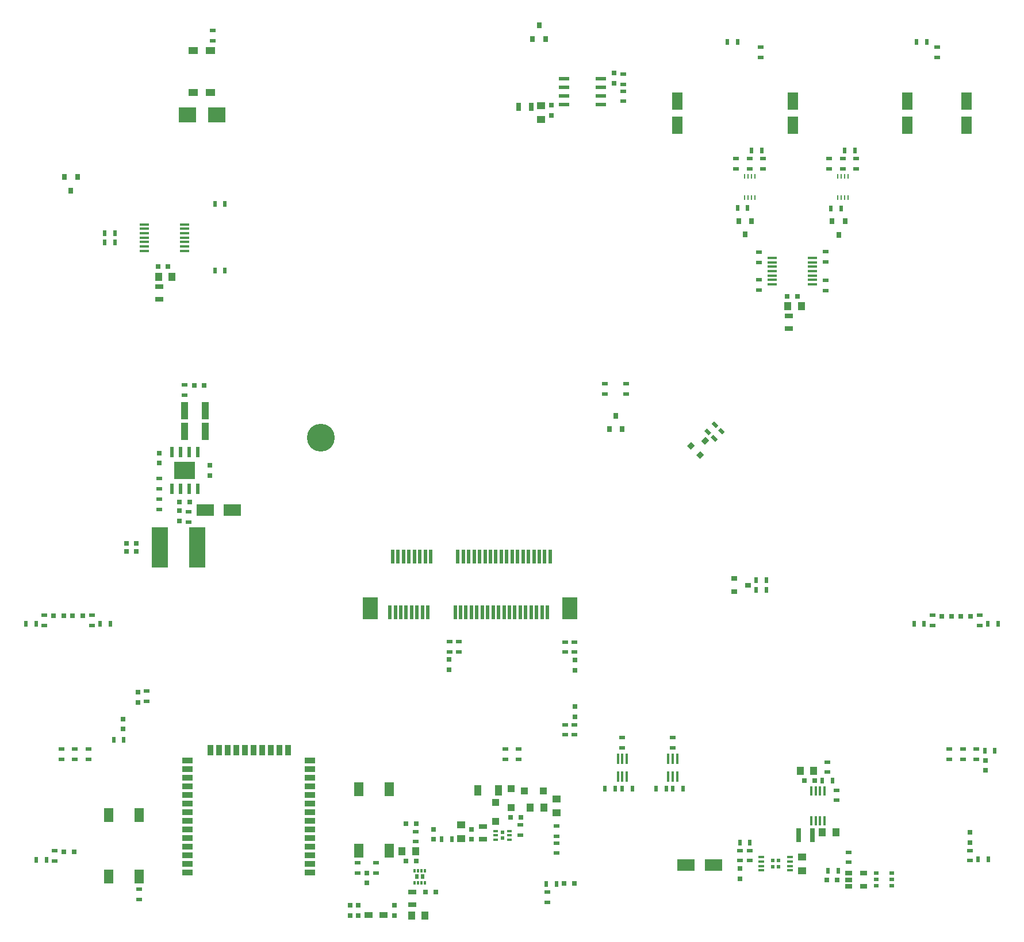
<source format=gbr>
G04 #@! TF.FileFunction,Paste,Top*
%FSLAX46Y46*%
G04 Gerber Fmt 4.6, Leading zero omitted, Abs format (unit mm)*
G04 Created by KiCad (PCBNEW 4.0.7) date 04/23/18 16:21:46*
%MOMM*%
%LPD*%
G01*
G04 APERTURE LIST*
%ADD10C,0.100000*%
%ADD11R,1.600000X2.600000*%
%ADD12R,0.800000X0.750000*%
%ADD13R,1.000000X1.250000*%
%ADD14R,0.750000X0.800000*%
%ADD15R,1.250000X1.000000*%
%ADD16R,1.000000X1.600000*%
%ADD17R,1.000000X2.500000*%
%ADD18R,0.800000X0.900000*%
%ADD19R,0.900000X0.800000*%
%ADD20R,1.100000X1.100000*%
%ADD21R,2.500000X1.800000*%
%ADD22R,1.400000X1.000000*%
%ADD23R,2.500000X2.300000*%
%ADD24R,0.900000X0.500000*%
%ADD25C,4.100000*%
%ADD26R,0.500000X0.900000*%
%ADD27R,1.300000X0.700000*%
%ADD28R,0.800000X2.000000*%
%ADD29R,2.450000X5.900000*%
%ADD30R,1.200000X0.900000*%
%ADD31R,0.700000X0.510000*%
%ADD32R,0.700000X1.300000*%
%ADD33R,1.400000X2.100000*%
%ADD34R,1.450000X0.450000*%
%ADD35R,0.250000X0.750000*%
%ADD36R,1.550000X0.600000*%
%ADD37R,0.650000X0.350000*%
%ADD38R,0.600000X0.480000*%
%ADD39R,1.060000X0.650000*%
%ADD40R,0.890000X0.420000*%
%ADD41R,0.504000X0.564000*%
%ADD42R,3.100000X2.600000*%
%ADD43R,0.600000X1.550000*%
%ADD44R,0.300000X0.500000*%
%ADD45R,0.528000X0.636000*%
%ADD46R,1.500000X0.900000*%
%ADD47R,0.900000X1.500000*%
%ADD48R,0.600000X2.000000*%
%ADD49R,2.300000X3.200000*%
%ADD50R,0.400000X1.500000*%
%ADD51R,0.450000X1.450000*%
G04 APERTURE END LIST*
D10*
D11*
X134800000Y-57350000D03*
X134800000Y-60950000D03*
X117800000Y-57350000D03*
X117800000Y-60950000D03*
D12*
X135450000Y-86150000D03*
X133950000Y-86150000D03*
D11*
X160400000Y-57350000D03*
X160400000Y-60950000D03*
X151700000Y-57350000D03*
X151700000Y-60950000D03*
D12*
X42800000Y-81800000D03*
X41300000Y-81800000D03*
D13*
X134050000Y-87600000D03*
X136050000Y-87600000D03*
D14*
X99250000Y-59500000D03*
X99250000Y-58000000D03*
X108500000Y-53250000D03*
X108500000Y-54750000D03*
D13*
X41400000Y-83250000D03*
X43400000Y-83250000D03*
D15*
X97750000Y-58100000D03*
X97750000Y-60100000D03*
D14*
X81900000Y-164700000D03*
X81900000Y-166200000D03*
D15*
X86000000Y-166100000D03*
X86000000Y-164100000D03*
D14*
X87500000Y-164700000D03*
X87500000Y-166200000D03*
D12*
X93250000Y-162950000D03*
X94750000Y-162950000D03*
D16*
X91450000Y-158950000D03*
X88450000Y-158950000D03*
D13*
X96150000Y-161500000D03*
X98150000Y-161500000D03*
D15*
X100000000Y-162250000D03*
X100000000Y-160250000D03*
D12*
X136500000Y-157550000D03*
X138000000Y-157550000D03*
D13*
X137900000Y-156100000D03*
X135900000Y-156100000D03*
X139150000Y-165200000D03*
X141150000Y-165200000D03*
D12*
X139850000Y-172150000D03*
X141350000Y-172150000D03*
D15*
X136200000Y-170800000D03*
X136200000Y-168800000D03*
D14*
X127000000Y-172000000D03*
X127000000Y-170500000D03*
X48950000Y-112550000D03*
X48950000Y-111050000D03*
D12*
X36650000Y-122550000D03*
X38150000Y-122550000D03*
X36650000Y-123750000D03*
X38150000Y-123750000D03*
X48150000Y-99300000D03*
X46650000Y-99300000D03*
D17*
X45250000Y-103050000D03*
X48250000Y-103050000D03*
X45250000Y-106050000D03*
X48250000Y-106050000D03*
D14*
X44500000Y-119250000D03*
X44500000Y-117750000D03*
D12*
X46000000Y-116450000D03*
X44500000Y-116450000D03*
D14*
X41550000Y-110750000D03*
X41550000Y-109250000D03*
D13*
X78650000Y-177400000D03*
X80650000Y-177400000D03*
D12*
X77850000Y-163850000D03*
X79350000Y-163850000D03*
D13*
X79250000Y-167950000D03*
X77250000Y-167950000D03*
D12*
X77850000Y-169400000D03*
X79350000Y-169400000D03*
X82250000Y-173950000D03*
X80750000Y-173950000D03*
X30250000Y-133250000D03*
X28750000Y-133250000D03*
D14*
X102700000Y-139750000D03*
X102700000Y-141250000D03*
D12*
X161000000Y-133300000D03*
X159500000Y-133300000D03*
X25950000Y-133250000D03*
X27450000Y-133250000D03*
D14*
X84200000Y-139700000D03*
X84200000Y-141200000D03*
D12*
X156700000Y-133300000D03*
X158200000Y-133300000D03*
D14*
X36150000Y-148450000D03*
X36150000Y-149950000D03*
X102700000Y-146650000D03*
X102700000Y-148150000D03*
X163200000Y-156050000D03*
X163200000Y-154550000D03*
D12*
X28950000Y-168050000D03*
X27450000Y-168050000D03*
X102650000Y-172700000D03*
X101150000Y-172700000D03*
D14*
X160861701Y-165193934D03*
X160861701Y-166693934D03*
X76100000Y-175900000D03*
X76100000Y-177400000D03*
X70800000Y-175900000D03*
X70800000Y-177400000D03*
X69600000Y-175900000D03*
X69600000Y-177400000D03*
X72100000Y-172650000D03*
X72100000Y-171150000D03*
X38350000Y-146000000D03*
X38350000Y-144500000D03*
D18*
X128750000Y-75050000D03*
X126850000Y-75050000D03*
X127800000Y-77050000D03*
D10*
G36*
X119774212Y-108788172D02*
X119208526Y-108222486D01*
X119844922Y-107586090D01*
X120410608Y-108151776D01*
X119774212Y-108788172D01*
X119774212Y-108788172D01*
G37*
G36*
X121117715Y-110131675D02*
X120552029Y-109565989D01*
X121188425Y-108929593D01*
X121754111Y-109495279D01*
X121117715Y-110131675D01*
X121117715Y-110131675D01*
G37*
G36*
X121860177Y-108045710D02*
X121294491Y-107480024D01*
X121930887Y-106843628D01*
X122496573Y-107409314D01*
X121860177Y-108045710D01*
X121860177Y-108045710D01*
G37*
D18*
X142500000Y-75100000D03*
X140600000Y-75100000D03*
X141550000Y-77100000D03*
D19*
X126177550Y-127762347D03*
X126177550Y-129662347D03*
X128177550Y-128712347D03*
D18*
X107800000Y-105750000D03*
X109700000Y-105750000D03*
X108750000Y-103750000D03*
X29450000Y-68550000D03*
X27550000Y-68550000D03*
X28500000Y-70550000D03*
X96500000Y-48200000D03*
X98400000Y-48200000D03*
X97450000Y-46200000D03*
D20*
X91050000Y-160750000D03*
X91050000Y-163550000D03*
X93350000Y-158700000D03*
X93350000Y-161500000D03*
X98100000Y-159050000D03*
X95300000Y-159050000D03*
D21*
X123100000Y-170000000D03*
X119100000Y-170000000D03*
D22*
X46530000Y-56075000D03*
X46530000Y-49925000D03*
X49070000Y-49925000D03*
X49070000Y-56075000D03*
D21*
X48300000Y-117700000D03*
X52300000Y-117700000D03*
D23*
X45650000Y-59450000D03*
X49950000Y-59450000D03*
D24*
X49400000Y-46950000D03*
X49400000Y-48450000D03*
D25*
X65300000Y-107000000D03*
D26*
X83100000Y-166150000D03*
X84600000Y-166150000D03*
D27*
X89150000Y-164300000D03*
X89150000Y-166200000D03*
D28*
X135650000Y-165550000D03*
X137650000Y-165550000D03*
D29*
X41575000Y-123150000D03*
X47125000Y-123150000D03*
D24*
X45200000Y-99200000D03*
X45200000Y-100700000D03*
D27*
X78800000Y-175850000D03*
X78800000Y-173950000D03*
D24*
X79300000Y-165050000D03*
X79300000Y-166550000D03*
D30*
X74550000Y-177350000D03*
X72350000Y-177350000D03*
D31*
X147090000Y-171150000D03*
X147090000Y-172100000D03*
X147090000Y-173050000D03*
X149410000Y-173050000D03*
X149410000Y-172100000D03*
X149410000Y-171150000D03*
D24*
X126450000Y-65850000D03*
X126450000Y-67350000D03*
D10*
G36*
X124151992Y-105528032D02*
X124788388Y-106164428D01*
X124434834Y-106517982D01*
X123798438Y-105881586D01*
X124151992Y-105528032D01*
X124151992Y-105528032D01*
G37*
G36*
X123091332Y-106588692D02*
X123727728Y-107225088D01*
X123374174Y-107578642D01*
X122737778Y-106942246D01*
X123091332Y-106588692D01*
X123091332Y-106588692D01*
G37*
D24*
X128450000Y-65850000D03*
X128450000Y-67350000D03*
D26*
X126650000Y-73150000D03*
X128150000Y-73150000D03*
D24*
X129800000Y-85250000D03*
X129800000Y-83750000D03*
D26*
X128700000Y-64650000D03*
X130200000Y-64650000D03*
X125200000Y-48650000D03*
X126700000Y-48650000D03*
D24*
X130050000Y-50950000D03*
X130050000Y-49450000D03*
X129800000Y-81150000D03*
X129800000Y-79650000D03*
D10*
G36*
X122419581Y-106624050D02*
X121783185Y-105987654D01*
X122136739Y-105634100D01*
X122773135Y-106270496D01*
X122419581Y-106624050D01*
X122419581Y-106624050D01*
G37*
G36*
X123480241Y-105563390D02*
X122843845Y-104926994D01*
X123197399Y-104573440D01*
X123833795Y-105209836D01*
X123480241Y-105563390D01*
X123480241Y-105563390D01*
G37*
D24*
X109705026Y-151224264D03*
X109705026Y-152724264D03*
X130450000Y-67350000D03*
X130450000Y-65850000D03*
D26*
X111155025Y-158724264D03*
X109655025Y-158724264D03*
X107155025Y-158724264D03*
X108655025Y-158724264D03*
D24*
X140150000Y-65850000D03*
X140150000Y-67350000D03*
D26*
X130877549Y-129412348D03*
X129377549Y-129412348D03*
D24*
X142200000Y-65850000D03*
X142200000Y-67350000D03*
D26*
X140400000Y-73200000D03*
X141900000Y-73200000D03*
D24*
X139600000Y-79600000D03*
X139600000Y-81100000D03*
D26*
X142450000Y-64650000D03*
X143950000Y-64650000D03*
X153000000Y-48650000D03*
X154500000Y-48650000D03*
D24*
X156050000Y-50950000D03*
X156050000Y-49450000D03*
X139600000Y-83800000D03*
X139600000Y-85300000D03*
D26*
X129377549Y-128012345D03*
X130877549Y-128012345D03*
D24*
X117110444Y-151219582D03*
X117110444Y-152719582D03*
X144150000Y-67350000D03*
X144150000Y-65850000D03*
D26*
X118660444Y-158719580D03*
X117160444Y-158719580D03*
X114660445Y-158719581D03*
X116160445Y-158719581D03*
D24*
X110300000Y-99050000D03*
X110300000Y-100550000D03*
X107100000Y-100550000D03*
X107100000Y-99050000D03*
D26*
X33500000Y-78184314D03*
X35000000Y-78184314D03*
X35000000Y-76834314D03*
X33500000Y-76834314D03*
X51200000Y-82350000D03*
X49700000Y-82350000D03*
X49700000Y-72550000D03*
X51200000Y-72550000D03*
D27*
X134200000Y-90950000D03*
X134200000Y-89050000D03*
D24*
X109850000Y-57400000D03*
X109850000Y-55900000D03*
D27*
X41550000Y-86600000D03*
X41550000Y-84700000D03*
D24*
X109850000Y-54900000D03*
X109850000Y-53400000D03*
D32*
X94400000Y-58250000D03*
X96300000Y-58250000D03*
D24*
X100000000Y-168250000D03*
X100000000Y-166750000D03*
X100000000Y-164250000D03*
X100000000Y-165750000D03*
X94700000Y-165600000D03*
X94700000Y-164100000D03*
X139900000Y-156300000D03*
X139900000Y-154800000D03*
X143050000Y-168100000D03*
X143050000Y-169600000D03*
D26*
X140650000Y-157500000D03*
X139150000Y-157500000D03*
D24*
X141250000Y-160450000D03*
X141250000Y-158950000D03*
D26*
X140000000Y-170800000D03*
X141500000Y-170800000D03*
D24*
X127000000Y-167850000D03*
X127000000Y-169350000D03*
X128500000Y-167850000D03*
X128500000Y-169350000D03*
D26*
X128500000Y-166650000D03*
X127000000Y-166650000D03*
D24*
X45850000Y-119400000D03*
X45850000Y-117900000D03*
X41550000Y-113000000D03*
X41550000Y-114500000D03*
X41550000Y-116050000D03*
X41550000Y-117550000D03*
D26*
X34300000Y-134450000D03*
X32800000Y-134450000D03*
D24*
X101300000Y-138600000D03*
X101300000Y-137100000D03*
D26*
X165050000Y-134450000D03*
X163550000Y-134450000D03*
D24*
X31600000Y-134650000D03*
X31600000Y-133150000D03*
X102650000Y-137100000D03*
X102650000Y-138600000D03*
X162350000Y-134650000D03*
X162350000Y-133150000D03*
X27100000Y-154400000D03*
X27100000Y-152900000D03*
X92450000Y-154400000D03*
X92450000Y-152900000D03*
X157850000Y-154400000D03*
X157850000Y-152900000D03*
X29100000Y-154400000D03*
X29100000Y-152900000D03*
X94450000Y-154400000D03*
X94450000Y-152900000D03*
X159850000Y-154400000D03*
X159850000Y-152900000D03*
X24600000Y-134650000D03*
X24600000Y-133150000D03*
X84250000Y-137050000D03*
X84250000Y-138550000D03*
X155350000Y-134650000D03*
X155350000Y-133150000D03*
D26*
X21900000Y-134450000D03*
X23400000Y-134450000D03*
D24*
X85600000Y-138550000D03*
X85600000Y-137050000D03*
D26*
X152650000Y-134450000D03*
X154150000Y-134450000D03*
D24*
X31100000Y-154400000D03*
X31100000Y-152900000D03*
X101300000Y-149300000D03*
X101300000Y-150800000D03*
D26*
X164550000Y-153100000D03*
X163050000Y-153100000D03*
X23400000Y-169200000D03*
X24900000Y-169200000D03*
D24*
X98700000Y-175450000D03*
X98700000Y-173950000D03*
D26*
X163611701Y-169143934D03*
X162111701Y-169143934D03*
D24*
X26100000Y-169400000D03*
X26100000Y-167900000D03*
D26*
X98500000Y-172750000D03*
X100000000Y-172750000D03*
D24*
X160911701Y-169343934D03*
X160911701Y-167843934D03*
X70750000Y-171150000D03*
X70750000Y-169650000D03*
X73450000Y-171150000D03*
X73450000Y-169650000D03*
X38550000Y-173550000D03*
X38550000Y-175050000D03*
X39650000Y-144350000D03*
X39650000Y-145850000D03*
D33*
X75350000Y-158800000D03*
X75350000Y-167900000D03*
X70850000Y-158800000D03*
X70850000Y-167900000D03*
X34050000Y-171700000D03*
X34050000Y-162600000D03*
X38550000Y-171700000D03*
X38550000Y-162600000D03*
D34*
X131750000Y-80500000D03*
X131750000Y-81150000D03*
X131750000Y-81800000D03*
X131750000Y-82450000D03*
X131750000Y-83100000D03*
X131750000Y-83750000D03*
X131750000Y-84400000D03*
X137650000Y-84400000D03*
X137650000Y-83750000D03*
X137650000Y-83100000D03*
X137650000Y-82450000D03*
X137650000Y-81800000D03*
X137650000Y-81150000D03*
X137650000Y-80500000D03*
D35*
X129200000Y-68500000D03*
X128700000Y-68500000D03*
X128200000Y-68500000D03*
X127700000Y-68500000D03*
X127700000Y-71600000D03*
X128200000Y-71600000D03*
X128700000Y-71600000D03*
X129200000Y-71600000D03*
X142900000Y-68500000D03*
X142400000Y-68500000D03*
X141900000Y-68500000D03*
X141400000Y-68500000D03*
X141400000Y-71600000D03*
X141900000Y-71600000D03*
X142400000Y-71600000D03*
X142900000Y-71600000D03*
D34*
X39300000Y-75550000D03*
X39300000Y-76200000D03*
X39300000Y-76850000D03*
X39300000Y-77500000D03*
X39300000Y-78150000D03*
X39300000Y-78800000D03*
X39300000Y-79450000D03*
X45200000Y-79450000D03*
X45200000Y-78800000D03*
X45200000Y-78150000D03*
X45200000Y-77500000D03*
X45200000Y-76850000D03*
X45200000Y-76200000D03*
X45200000Y-75550000D03*
D36*
X106550000Y-57905000D03*
X106550000Y-56635000D03*
X106550000Y-55365000D03*
X106550000Y-54095000D03*
X101150000Y-54095000D03*
X101150000Y-55365000D03*
X101150000Y-56635000D03*
X101150000Y-57905000D03*
D37*
X93100000Y-166250000D03*
X93100000Y-165600000D03*
X93100000Y-164950000D03*
X91000000Y-164950000D03*
X91000000Y-165600000D03*
X91000000Y-166250000D03*
D38*
X92050000Y-165200000D03*
X92050000Y-166000000D03*
D39*
X143050000Y-171200000D03*
X143050000Y-172150000D03*
X143050000Y-173100000D03*
X145250000Y-173100000D03*
X145250000Y-171200000D03*
D40*
X130145000Y-168825000D03*
X130145000Y-169475000D03*
X130145000Y-170125000D03*
X130145000Y-170775000D03*
X134355000Y-170775000D03*
X134355000Y-170125000D03*
X134355000Y-169475000D03*
X134355000Y-168825000D03*
D41*
X132670000Y-170270000D03*
X132670000Y-169330000D03*
X131830000Y-170270000D03*
X131830000Y-169330000D03*
D42*
X45250000Y-111800000D03*
D43*
X47155000Y-109100000D03*
X45885000Y-109100000D03*
X44615000Y-109100000D03*
X43345000Y-109100000D03*
X43345000Y-114500000D03*
X44615000Y-114500000D03*
X45885000Y-114500000D03*
X47155000Y-114500000D03*
D44*
X79100000Y-172600000D03*
X79600000Y-172600000D03*
X80100000Y-172600000D03*
X80600000Y-172600000D03*
X80600000Y-170800000D03*
X80100000Y-170800000D03*
X79600000Y-170800000D03*
X79100000Y-170800000D03*
D45*
X80290000Y-171700000D03*
X79410000Y-171700000D03*
D46*
X63700000Y-171100000D03*
X63700000Y-169830000D03*
X63700000Y-168560000D03*
X63700000Y-167290000D03*
X63700000Y-166020000D03*
X63700000Y-164750000D03*
X63700000Y-163480000D03*
X63700000Y-162210000D03*
X63700000Y-160940000D03*
X63700000Y-159670000D03*
X63700000Y-158400000D03*
X63700000Y-157130000D03*
X63700000Y-155860000D03*
X63700000Y-154590000D03*
X45700000Y-154590000D03*
X45700000Y-155860000D03*
X45700000Y-157130000D03*
X45700000Y-158400000D03*
X45700000Y-159670000D03*
X45700000Y-160940000D03*
X45700000Y-162210000D03*
X45700000Y-163480000D03*
X45700000Y-164750000D03*
X45700000Y-166020000D03*
X45700000Y-167290000D03*
X45700000Y-168560000D03*
X45700000Y-169830000D03*
X45700000Y-171100000D03*
D47*
X60510000Y-153090000D03*
X59240000Y-153090000D03*
X57970000Y-153090000D03*
X56700000Y-153090000D03*
X55430000Y-153090000D03*
X54160000Y-153090000D03*
X52890000Y-153090000D03*
X51620000Y-153090000D03*
X50350000Y-153090000D03*
X49080000Y-153090000D03*
D48*
X75475000Y-132700000D03*
X75875000Y-124500000D03*
X76275000Y-132700000D03*
X76675000Y-124500000D03*
X77075000Y-132700000D03*
X77475000Y-124500000D03*
X77875000Y-132700000D03*
X78275000Y-124500000D03*
X78675000Y-132700000D03*
X79075000Y-124500000D03*
X79475000Y-132700000D03*
X79875000Y-124500000D03*
X80275000Y-132700000D03*
X80675000Y-124500000D03*
X81075000Y-132700000D03*
X81475000Y-124500000D03*
X85075000Y-132700000D03*
X85475000Y-124500000D03*
X85875000Y-132700000D03*
X86275000Y-124500000D03*
X86675000Y-132700000D03*
X87075000Y-124500000D03*
X87475000Y-132700000D03*
X87875000Y-124500000D03*
X88275000Y-132700000D03*
X88675000Y-124500000D03*
X89075000Y-132700000D03*
X89475000Y-124500000D03*
X89875000Y-132700000D03*
X90275000Y-124500000D03*
X90675000Y-132700000D03*
X91075000Y-124500000D03*
X91475000Y-132700000D03*
X91875000Y-124500000D03*
X92275000Y-132700000D03*
X92675000Y-124500000D03*
X93075000Y-132700000D03*
X93475000Y-124500000D03*
X93875000Y-132700000D03*
X94275000Y-124500000D03*
X94675000Y-132700000D03*
X95075000Y-124500000D03*
X95475000Y-132700000D03*
X95875000Y-124500000D03*
X96275000Y-132700000D03*
X96675000Y-124500000D03*
X97075000Y-132700000D03*
X97475000Y-124500000D03*
X97875000Y-132700000D03*
X98275000Y-124500000D03*
X98675000Y-132700000D03*
X99075000Y-124500000D03*
D49*
X72625000Y-132100000D03*
X101925000Y-132100000D03*
D50*
X110355026Y-154294264D03*
X109705026Y-154294264D03*
X109055026Y-154294264D03*
X109055026Y-156954264D03*
X109705026Y-156954264D03*
X110355026Y-156954264D03*
X117760446Y-154289581D03*
X117110446Y-154289581D03*
X116460446Y-154289581D03*
X116460446Y-156949581D03*
X117110446Y-156949581D03*
X117760446Y-156949581D03*
D26*
X36300000Y-151550000D03*
X34800000Y-151550000D03*
D24*
X102650000Y-149300000D03*
X102650000Y-150800000D03*
X161850000Y-154400000D03*
X161850000Y-152900000D03*
D51*
X137525000Y-163450000D03*
X138175000Y-163450000D03*
X138825000Y-163450000D03*
X139475000Y-163450000D03*
X139475000Y-159050000D03*
X138825000Y-159050000D03*
X138175000Y-159050000D03*
X137525000Y-159050000D03*
M02*

</source>
